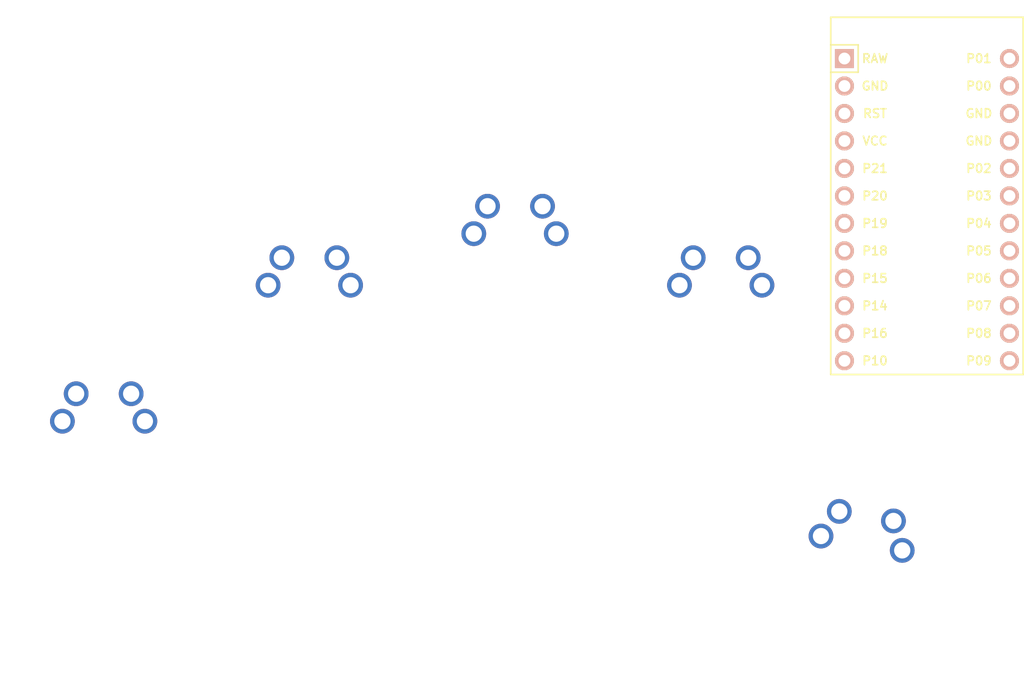
<source format=kicad_pcb>

            
(kicad_pcb (version 20171130) (host pcbnew 5.1.6)

  (page A3)
  (title_block
    (title simple_split)
    (rev v1.0.0)
    (company Unknown)
  )

  (general
    (thickness 1.6)
  )

  (layers
    (0 F.Cu signal)
    (31 B.Cu signal)
    (32 B.Adhes user)
    (33 F.Adhes user)
    (34 B.Paste user)
    (35 F.Paste user)
    (36 B.SilkS user)
    (37 F.SilkS user)
    (38 B.Mask user)
    (39 F.Mask user)
    (40 Dwgs.User user)
    (41 Cmts.User user)
    (42 Eco1.User user)
    (43 Eco2.User user)
    (44 Edge.Cuts user)
    (45 Margin user)
    (46 B.CrtYd user)
    (47 F.CrtYd user)
    (48 B.Fab user)
    (49 F.Fab user)
  )

  (setup
    (last_trace_width 0.25)
    (trace_clearance 0.2)
    (zone_clearance 0.508)
    (zone_45_only no)
    (trace_min 0.2)
    (via_size 0.8)
    (via_drill 0.4)
    (via_min_size 0.4)
    (via_min_drill 0.3)
    (uvia_size 0.3)
    (uvia_drill 0.1)
    (uvias_allowed no)
    (uvia_min_size 0.2)
    (uvia_min_drill 0.1)
    (edge_width 0.05)
    (segment_width 0.2)
    (pcb_text_width 0.3)
    (pcb_text_size 1.5 1.5)
    (mod_edge_width 0.12)
    (mod_text_size 1 1)
    (mod_text_width 0.15)
    (pad_size 1.524 1.524)
    (pad_drill 0.762)
    (pad_to_mask_clearance 0.05)
    (aux_axis_origin 0 0)
    (visible_elements FFFFFF7F)
    (pcbplotparams
      (layerselection 0x010fc_ffffffff)
      (usegerberextensions false)
      (usegerberattributes true)
      (usegerberadvancedattributes true)
      (creategerberjobfile true)
      (excludeedgelayer true)
      (linewidth 0.100000)
      (plotframeref false)
      (viasonmask false)
      (mode 1)
      (useauxorigin false)
      (hpglpennumber 1)
      (hpglpenspeed 20)
      (hpglpendiameter 15.000000)
      (psnegative false)
      (psa4output false)
      (plotreference true)
      (plotvalue true)
      (plotinvisibletext false)
      (padsonsilk false)
      (subtractmaskfromsilk false)
      (outputformat 1)
      (mirror false)
      (drillshape 1)
      (scaleselection 1)
      (outputdirectory ""))
  )

            (net 0 "")
(net 1 "GND")
(net 2 "matrix_pinky_bottom")
(net 3 "matrix_ring_bottom")
(net 4 "matrix_middle_bottom")
(net 5 "matrix_index_bottom")
(net 6 "thumb_tucky")
(net 7 "RAW")
(net 8 "RST")
(net 9 "VCC")
(net 10 "P21")
(net 11 "P20")
(net 12 "P19")
(net 13 "P18")
(net 14 "P15")
(net 15 "P14")
(net 16 "P16")
(net 17 "P10")
(net 18 "P0")
(net 19 "matrix_inner_bottom")
(net 20 "P7")
(net 21 "P8")
(net 22 "P9")
            
  (net_class Default "This is the default net class."
    (clearance 0.2)
    (trace_width 0.25)
    (via_dia 0.8)
    (via_drill 0.4)
    (uvia_dia 0.3)
    (uvia_drill 0.1)
    (add_net "")
(add_net "GND")
(add_net "matrix_pinky_bottom")
(add_net "matrix_ring_bottom")
(add_net "matrix_middle_bottom")
(add_net "matrix_index_bottom")
(add_net "thumb_tucky")
(add_net "RAW")
(add_net "RST")
(add_net "VCC")
(add_net "P21")
(add_net "P20")
(add_net "P19")
(add_net "P18")
(add_net "P15")
(add_net "P14")
(add_net "P16")
(add_net "P10")
(add_net "P0")
(add_net "matrix_inner_bottom")
(add_net "P7")
(add_net "P8")
(add_net "P9")
  )

            
        
      (module MX (layer F.Cu) (tedit 5DD4F656)
      (at 0 0 0)

      
      (fp_text reference "S1" (at 0 0) (layer F.SilkS) hide (effects (font (size 1.27 1.27) (thickness 0.15))))
      (fp_text value "" (at 0 0) (layer F.SilkS) hide (effects (font (size 1.27 1.27) (thickness 0.15))))

      
      (fp_line (start -7 -6) (end -7 -7) (layer Dwgs.User) (width 0.15))
      (fp_line (start -7 7) (end -6 7) (layer Dwgs.User) (width 0.15))
      (fp_line (start -6 -7) (end -7 -7) (layer Dwgs.User) (width 0.15))
      (fp_line (start -7 7) (end -7 6) (layer Dwgs.User) (width 0.15))
      (fp_line (start 7 6) (end 7 7) (layer Dwgs.User) (width 0.15))
      (fp_line (start 7 -7) (end 6 -7) (layer Dwgs.User) (width 0.15))
      (fp_line (start 6 7) (end 7 7) (layer Dwgs.User) (width 0.15))
      (fp_line (start 7 -7) (end 7 -6) (layer Dwgs.User) (width 0.15))
    
      
      (pad "" np_thru_hole circle (at 0 0) (size 3.9878 3.9878) (drill 3.9878) (layers *.Cu *.Mask))

      
      (pad "" np_thru_hole circle (at 5.08 0) (size 1.7018 1.7018) (drill 1.7018) (layers *.Cu *.Mask))
      (pad "" np_thru_hole circle (at -5.08 0) (size 1.7018 1.7018) (drill 1.7018) (layers *.Cu *.Mask))
      
        
      
      (fp_line (start -9.5 -9.5) (end 9.5 -9.5) (layer Dwgs.User) (width 0.15))
      (fp_line (start 9.5 -9.5) (end 9.5 9.5) (layer Dwgs.User) (width 0.15))
      (fp_line (start 9.5 9.5) (end -9.5 9.5) (layer Dwgs.User) (width 0.15))
      (fp_line (start -9.5 9.5) (end -9.5 -9.5) (layer Dwgs.User) (width 0.15))
      
        
            
            (pad 1 thru_hole circle (at 2.54 -5.08) (size 2.286 2.286) (drill 1.4986) (layers *.Cu *.Mask) (net 1 "GND"))
            (pad 2 thru_hole circle (at -3.81 -2.54) (size 2.286 2.286) (drill 1.4986) (layers *.Cu *.Mask) (net 2 "matrix_pinky_bottom"))
          
        
            
            (pad 1 thru_hole circle (at -2.54 -5.08) (size 2.286 2.286) (drill 1.4986) (layers *.Cu *.Mask) (net 1 "GND"))
            (pad 2 thru_hole circle (at 3.81 -2.54) (size 2.286 2.286) (drill 1.4986) (layers *.Cu *.Mask) (net 2 "matrix_pinky_bottom"))
          )
        

        
      (module MX (layer F.Cu) (tedit 5DD4F656)
      (at 19 -12.573 0)

      
      (fp_text reference "S2" (at 0 0) (layer F.SilkS) hide (effects (font (size 1.27 1.27) (thickness 0.15))))
      (fp_text value "" (at 0 0) (layer F.SilkS) hide (effects (font (size 1.27 1.27) (thickness 0.15))))

      
      (fp_line (start -7 -6) (end -7 -7) (layer Dwgs.User) (width 0.15))
      (fp_line (start -7 7) (end -6 7) (layer Dwgs.User) (width 0.15))
      (fp_line (start -6 -7) (end -7 -7) (layer Dwgs.User) (width 0.15))
      (fp_line (start -7 7) (end -7 6) (layer Dwgs.User) (width 0.15))
      (fp_line (start 7 6) (end 7 7) (layer Dwgs.User) (width 0.15))
      (fp_line (start 7 -7) (end 6 -7) (layer Dwgs.User) (width 0.15))
      (fp_line (start 6 7) (end 7 7) (layer Dwgs.User) (width 0.15))
      (fp_line (start 7 -7) (end 7 -6) (layer Dwgs.User) (width 0.15))
    
      
      (pad "" np_thru_hole circle (at 0 0) (size 3.9878 3.9878) (drill 3.9878) (layers *.Cu *.Mask))

      
      (pad "" np_thru_hole circle (at 5.08 0) (size 1.7018 1.7018) (drill 1.7018) (layers *.Cu *.Mask))
      (pad "" np_thru_hole circle (at -5.08 0) (size 1.7018 1.7018) (drill 1.7018) (layers *.Cu *.Mask))
      
        
      
      (fp_line (start -9.5 -9.5) (end 9.5 -9.5) (layer Dwgs.User) (width 0.15))
      (fp_line (start 9.5 -9.5) (end 9.5 9.5) (layer Dwgs.User) (width 0.15))
      (fp_line (start 9.5 9.5) (end -9.5 9.5) (layer Dwgs.User) (width 0.15))
      (fp_line (start -9.5 9.5) (end -9.5 -9.5) (layer Dwgs.User) (width 0.15))
      
        
            
            (pad 1 thru_hole circle (at 2.54 -5.08) (size 2.286 2.286) (drill 1.4986) (layers *.Cu *.Mask) (net 1 "GND"))
            (pad 2 thru_hole circle (at -3.81 -2.54) (size 2.286 2.286) (drill 1.4986) (layers *.Cu *.Mask) (net 3 "matrix_ring_bottom"))
          
        
            
            (pad 1 thru_hole circle (at -2.54 -5.08) (size 2.286 2.286) (drill 1.4986) (layers *.Cu *.Mask) (net 1 "GND"))
            (pad 2 thru_hole circle (at 3.81 -2.54) (size 2.286 2.286) (drill 1.4986) (layers *.Cu *.Mask) (net 3 "matrix_ring_bottom"))
          )
        

        
      (module MX (layer F.Cu) (tedit 5DD4F656)
      (at 38 -17.3355 0)

      
      (fp_text reference "S3" (at 0 0) (layer F.SilkS) hide (effects (font (size 1.27 1.27) (thickness 0.15))))
      (fp_text value "" (at 0 0) (layer F.SilkS) hide (effects (font (size 1.27 1.27) (thickness 0.15))))

      
      (fp_line (start -7 -6) (end -7 -7) (layer Dwgs.User) (width 0.15))
      (fp_line (start -7 7) (end -6 7) (layer Dwgs.User) (width 0.15))
      (fp_line (start -6 -7) (end -7 -7) (layer Dwgs.User) (width 0.15))
      (fp_line (start -7 7) (end -7 6) (layer Dwgs.User) (width 0.15))
      (fp_line (start 7 6) (end 7 7) (layer Dwgs.User) (width 0.15))
      (fp_line (start 7 -7) (end 6 -7) (layer Dwgs.User) (width 0.15))
      (fp_line (start 6 7) (end 7 7) (layer Dwgs.User) (width 0.15))
      (fp_line (start 7 -7) (end 7 -6) (layer Dwgs.User) (width 0.15))
    
      
      (pad "" np_thru_hole circle (at 0 0) (size 3.9878 3.9878) (drill 3.9878) (layers *.Cu *.Mask))

      
      (pad "" np_thru_hole circle (at 5.08 0) (size 1.7018 1.7018) (drill 1.7018) (layers *.Cu *.Mask))
      (pad "" np_thru_hole circle (at -5.08 0) (size 1.7018 1.7018) (drill 1.7018) (layers *.Cu *.Mask))
      
        
      
      (fp_line (start -9.5 -9.5) (end 9.5 -9.5) (layer Dwgs.User) (width 0.15))
      (fp_line (start 9.5 -9.5) (end 9.5 9.5) (layer Dwgs.User) (width 0.15))
      (fp_line (start 9.5 9.5) (end -9.5 9.5) (layer Dwgs.User) (width 0.15))
      (fp_line (start -9.5 9.5) (end -9.5 -9.5) (layer Dwgs.User) (width 0.15))
      
        
            
            (pad 1 thru_hole circle (at 2.54 -5.08) (size 2.286 2.286) (drill 1.4986) (layers *.Cu *.Mask) (net 1 "GND"))
            (pad 2 thru_hole circle (at -3.81 -2.54) (size 2.286 2.286) (drill 1.4986) (layers *.Cu *.Mask) (net 4 "matrix_middle_bottom"))
          
        
            
            (pad 1 thru_hole circle (at -2.54 -5.08) (size 2.286 2.286) (drill 1.4986) (layers *.Cu *.Mask) (net 1 "GND"))
            (pad 2 thru_hole circle (at 3.81 -2.54) (size 2.286 2.286) (drill 1.4986) (layers *.Cu *.Mask) (net 4 "matrix_middle_bottom"))
          )
        

        
      (module MX (layer F.Cu) (tedit 5DD4F656)
      (at 57 -12.573 0)

      
      (fp_text reference "S4" (at 0 0) (layer F.SilkS) hide (effects (font (size 1.27 1.27) (thickness 0.15))))
      (fp_text value "" (at 0 0) (layer F.SilkS) hide (effects (font (size 1.27 1.27) (thickness 0.15))))

      
      (fp_line (start -7 -6) (end -7 -7) (layer Dwgs.User) (width 0.15))
      (fp_line (start -7 7) (end -6 7) (layer Dwgs.User) (width 0.15))
      (fp_line (start -6 -7) (end -7 -7) (layer Dwgs.User) (width 0.15))
      (fp_line (start -7 7) (end -7 6) (layer Dwgs.User) (width 0.15))
      (fp_line (start 7 6) (end 7 7) (layer Dwgs.User) (width 0.15))
      (fp_line (start 7 -7) (end 6 -7) (layer Dwgs.User) (width 0.15))
      (fp_line (start 6 7) (end 7 7) (layer Dwgs.User) (width 0.15))
      (fp_line (start 7 -7) (end 7 -6) (layer Dwgs.User) (width 0.15))
    
      
      (pad "" np_thru_hole circle (at 0 0) (size 3.9878 3.9878) (drill 3.9878) (layers *.Cu *.Mask))

      
      (pad "" np_thru_hole circle (at 5.08 0) (size 1.7018 1.7018) (drill 1.7018) (layers *.Cu *.Mask))
      (pad "" np_thru_hole circle (at -5.08 0) (size 1.7018 1.7018) (drill 1.7018) (layers *.Cu *.Mask))
      
        
      
      (fp_line (start -9.5 -9.5) (end 9.5 -9.5) (layer Dwgs.User) (width 0.15))
      (fp_line (start 9.5 -9.5) (end 9.5 9.5) (layer Dwgs.User) (width 0.15))
      (fp_line (start 9.5 9.5) (end -9.5 9.5) (layer Dwgs.User) (width 0.15))
      (fp_line (start -9.5 9.5) (end -9.5 -9.5) (layer Dwgs.User) (width 0.15))
      
        
            
            (pad 1 thru_hole circle (at 2.54 -5.08) (size 2.286 2.286) (drill 1.4986) (layers *.Cu *.Mask) (net 1 "GND"))
            (pad 2 thru_hole circle (at -3.81 -2.54) (size 2.286 2.286) (drill 1.4986) (layers *.Cu *.Mask) (net 5 "matrix_index_bottom"))
          
        
            
            (pad 1 thru_hole circle (at -2.54 -5.08) (size 2.286 2.286) (drill 1.4986) (layers *.Cu *.Mask) (net 1 "GND"))
            (pad 2 thru_hole circle (at 3.81 -2.54) (size 2.286 2.286) (drill 1.4986) (layers *.Cu *.Mask) (net 5 "matrix_index_bottom"))
          )
        

        
      (module MX (layer F.Cu) (tedit 5DD4F656)
      (at 69.57300000000001 11.2395 -10)

      
      (fp_text reference "S5" (at 0 0) (layer F.SilkS) hide (effects (font (size 1.27 1.27) (thickness 0.15))))
      (fp_text value "" (at 0 0) (layer F.SilkS) hide (effects (font (size 1.27 1.27) (thickness 0.15))))

      
      (fp_line (start -7 -6) (end -7 -7) (layer Dwgs.User) (width 0.15))
      (fp_line (start -7 7) (end -6 7) (layer Dwgs.User) (width 0.15))
      (fp_line (start -6 -7) (end -7 -7) (layer Dwgs.User) (width 0.15))
      (fp_line (start -7 7) (end -7 6) (layer Dwgs.User) (width 0.15))
      (fp_line (start 7 6) (end 7 7) (layer Dwgs.User) (width 0.15))
      (fp_line (start 7 -7) (end 6 -7) (layer Dwgs.User) (width 0.15))
      (fp_line (start 6 7) (end 7 7) (layer Dwgs.User) (width 0.15))
      (fp_line (start 7 -7) (end 7 -6) (layer Dwgs.User) (width 0.15))
    
      
      (pad "" np_thru_hole circle (at 0 0) (size 3.9878 3.9878) (drill 3.9878) (layers *.Cu *.Mask))

      
      (pad "" np_thru_hole circle (at 5.08 0) (size 1.7018 1.7018) (drill 1.7018) (layers *.Cu *.Mask))
      (pad "" np_thru_hole circle (at -5.08 0) (size 1.7018 1.7018) (drill 1.7018) (layers *.Cu *.Mask))
      
        
      
      (fp_line (start -9.5 -9.5) (end 9.5 -9.5) (layer Dwgs.User) (width 0.15))
      (fp_line (start 9.5 -9.5) (end 9.5 9.5) (layer Dwgs.User) (width 0.15))
      (fp_line (start 9.5 9.5) (end -9.5 9.5) (layer Dwgs.User) (width 0.15))
      (fp_line (start -9.5 9.5) (end -9.5 -9.5) (layer Dwgs.User) (width 0.15))
      
        
            
            (pad 1 thru_hole circle (at 2.54 -5.08) (size 2.286 2.286) (drill 1.4986) (layers *.Cu *.Mask) (net 1 "GND"))
            (pad 2 thru_hole circle (at -3.81 -2.54) (size 2.286 2.286) (drill 1.4986) (layers *.Cu *.Mask) (net 6 "thumb_tucky"))
          
        
            
            (pad 1 thru_hole circle (at -2.54 -5.08) (size 2.286 2.286) (drill 1.4986) (layers *.Cu *.Mask) (net 1 "GND"))
            (pad 2 thru_hole circle (at 3.81 -2.54) (size 2.286 2.286) (drill 1.4986) (layers *.Cu *.Mask) (net 6 "thumb_tucky"))
          )
        

        
      (module ProMicro (layer F.Cu) (tedit 5B307E4C)
      (at 76.05 -22.098 -90)

      
      (fp_text reference "MCU1" (at 0 0) (layer F.SilkS) hide (effects (font (size 1.27 1.27) (thickness 0.15))))
      (fp_text value "" (at 0 0) (layer F.SilkS) hide (effects (font (size 1.27 1.27) (thickness 0.15))))
    
      
      (fp_line (start -19.304 -3.81) (end -14.224 -3.81) (layer Dwgs.User) (width 0.15))
      (fp_line (start -19.304 3.81) (end -19.304 -3.81) (layer Dwgs.User) (width 0.15))
      (fp_line (start -14.224 3.81) (end -19.304 3.81) (layer Dwgs.User) (width 0.15))
      (fp_line (start -14.224 -3.81) (end -14.224 3.81) (layer Dwgs.User) (width 0.15))
    
      
      (fp_line (start -17.78 8.89) (end 15.24 8.89) (layer F.SilkS) (width 0.15))
      (fp_line (start 15.24 8.89) (end 15.24 -8.89) (layer F.SilkS) (width 0.15))
      (fp_line (start 15.24 -8.89) (end -17.78 -8.89) (layer F.SilkS) (width 0.15))
      (fp_line (start -17.78 -8.89) (end -17.78 8.89) (layer F.SilkS) (width 0.15))
      
        
        
        (fp_line (start -15.24 6.35) (end -12.7 6.35) (layer F.SilkS) (width 0.15))
        (fp_line (start -15.24 6.35) (end -15.24 8.89) (layer F.SilkS) (width 0.15))
        (fp_line (start -12.7 6.35) (end -12.7 8.89) (layer F.SilkS) (width 0.15))
      
        
        (fp_text user RAW (at -13.97 4.8 0) (layer F.SilkS) (effects (font (size 0.8 0.8) (thickness 0.15))))
        (fp_text user GND (at -11.43 4.8 0) (layer F.SilkS) (effects (font (size 0.8 0.8) (thickness 0.15))))
        (fp_text user RST (at -8.89 4.8 0) (layer F.SilkS) (effects (font (size 0.8 0.8) (thickness 0.15))))
        (fp_text user VCC (at -6.35 4.8 0) (layer F.SilkS) (effects (font (size 0.8 0.8) (thickness 0.15))))
        (fp_text user P21 (at -3.81 4.8 0) (layer F.SilkS) (effects (font (size 0.8 0.8) (thickness 0.15))))
        (fp_text user P20 (at -1.27 4.8 0) (layer F.SilkS) (effects (font (size 0.8 0.8) (thickness 0.15))))
        (fp_text user P19 (at 1.27 4.8 0) (layer F.SilkS) (effects (font (size 0.8 0.8) (thickness 0.15))))
        (fp_text user P18 (at 3.81 4.8 0) (layer F.SilkS) (effects (font (size 0.8 0.8) (thickness 0.15))))
        (fp_text user P15 (at 6.35 4.8 0) (layer F.SilkS) (effects (font (size 0.8 0.8) (thickness 0.15))))
        (fp_text user P14 (at 8.89 4.8 0) (layer F.SilkS) (effects (font (size 0.8 0.8) (thickness 0.15))))
        (fp_text user P16 (at 11.43 4.8 0) (layer F.SilkS) (effects (font (size 0.8 0.8) (thickness 0.15))))
        (fp_text user P10 (at 13.97 4.8 0) (layer F.SilkS) (effects (font (size 0.8 0.8) (thickness 0.15))))
      
        (fp_text user P01 (at -13.97 -4.8 0) (layer F.SilkS) (effects (font (size 0.8 0.8) (thickness 0.15))))
        (fp_text user P00 (at -11.43 -4.8 0) (layer F.SilkS) (effects (font (size 0.8 0.8) (thickness 0.15))))
        (fp_text user GND (at -8.89 -4.8 0) (layer F.SilkS) (effects (font (size 0.8 0.8) (thickness 0.15))))
        (fp_text user GND (at -6.35 -4.8 0) (layer F.SilkS) (effects (font (size 0.8 0.8) (thickness 0.15))))
        (fp_text user P02 (at -3.81 -4.8 0) (layer F.SilkS) (effects (font (size 0.8 0.8) (thickness 0.15))))
        (fp_text user P03 (at -1.27 -4.8 0) (layer F.SilkS) (effects (font (size 0.8 0.8) (thickness 0.15))))
        (fp_text user P04 (at 1.27 -4.8 0) (layer F.SilkS) (effects (font (size 0.8 0.8) (thickness 0.15))))
        (fp_text user P05 (at 3.81 -4.8 0) (layer F.SilkS) (effects (font (size 0.8 0.8) (thickness 0.15))))
        (fp_text user P06 (at 6.35 -4.8 0) (layer F.SilkS) (effects (font (size 0.8 0.8) (thickness 0.15))))
        (fp_text user P07 (at 8.89 -4.8 0) (layer F.SilkS) (effects (font (size 0.8 0.8) (thickness 0.15))))
        (fp_text user P08 (at 11.43 -4.8 0) (layer F.SilkS) (effects (font (size 0.8 0.8) (thickness 0.15))))
        (fp_text user P09 (at 13.97 -4.8 0) (layer F.SilkS) (effects (font (size 0.8 0.8) (thickness 0.15))))
      
        
        (pad 1 thru_hole rect (at -13.97 7.62 -90) (size 1.7526 1.7526) (drill 1.0922) (layers *.Cu *.SilkS *.Mask) (net 7 "RAW"))
        (pad 2 thru_hole circle (at -11.43 7.62 0) (size 1.7526 1.7526) (drill 1.0922) (layers *.Cu *.SilkS *.Mask) (net 1 "GND"))
        (pad 3 thru_hole circle (at -8.89 7.62 0) (size 1.7526 1.7526) (drill 1.0922) (layers *.Cu *.SilkS *.Mask) (net 8 "RST"))
        (pad 4 thru_hole circle (at -6.35 7.62 0) (size 1.7526 1.7526) (drill 1.0922) (layers *.Cu *.SilkS *.Mask) (net 9 "VCC"))
        (pad 5 thru_hole circle (at -3.81 7.62 0) (size 1.7526 1.7526) (drill 1.0922) (layers *.Cu *.SilkS *.Mask) (net 10 "P21"))
        (pad 6 thru_hole circle (at -1.27 7.62 0) (size 1.7526 1.7526) (drill 1.0922) (layers *.Cu *.SilkS *.Mask) (net 11 "P20"))
        (pad 7 thru_hole circle (at 1.27 7.62 0) (size 1.7526 1.7526) (drill 1.0922) (layers *.Cu *.SilkS *.Mask) (net 12 "P19"))
        (pad 8 thru_hole circle (at 3.81 7.62 0) (size 1.7526 1.7526) (drill 1.0922) (layers *.Cu *.SilkS *.Mask) (net 13 "P18"))
        (pad 9 thru_hole circle (at 6.35 7.62 0) (size 1.7526 1.7526) (drill 1.0922) (layers *.Cu *.SilkS *.Mask) (net 14 "P15"))
        (pad 10 thru_hole circle (at 8.89 7.62 0) (size 1.7526 1.7526) (drill 1.0922) (layers *.Cu *.SilkS *.Mask) (net 15 "P14"))
        (pad 11 thru_hole circle (at 11.43 7.62 0) (size 1.7526 1.7526) (drill 1.0922) (layers *.Cu *.SilkS *.Mask) (net 16 "P16"))
        (pad 12 thru_hole circle (at 13.97 7.62 0) (size 1.7526 1.7526) (drill 1.0922) (layers *.Cu *.SilkS *.Mask) (net 17 "P10"))
        
        (pad 13 thru_hole circle (at -13.97 -7.62 0) (size 1.7526 1.7526) (drill 1.0922) (layers *.Cu *.SilkS *.Mask) (net 2 "matrix_pinky_bottom"))
        (pad 14 thru_hole circle (at -11.43 -7.62 0) (size 1.7526 1.7526) (drill 1.0922) (layers *.Cu *.SilkS *.Mask) (net 18 "P0"))
        (pad 15 thru_hole circle (at -8.89 -7.62 0) (size 1.7526 1.7526) (drill 1.0922) (layers *.Cu *.SilkS *.Mask) (net 1 "GND"))
        (pad 16 thru_hole circle (at -6.35 -7.62 0) (size 1.7526 1.7526) (drill 1.0922) (layers *.Cu *.SilkS *.Mask) (net 1 "GND"))
        (pad 17 thru_hole circle (at -3.81 -7.62 0) (size 1.7526 1.7526) (drill 1.0922) (layers *.Cu *.SilkS *.Mask) (net 3 "matrix_ring_bottom"))
        (pad 18 thru_hole circle (at -1.27 -7.62 0) (size 1.7526 1.7526) (drill 1.0922) (layers *.Cu *.SilkS *.Mask) (net 4 "matrix_middle_bottom"))
        (pad 19 thru_hole circle (at 1.27 -7.62 0) (size 1.7526 1.7526) (drill 1.0922) (layers *.Cu *.SilkS *.Mask) (net 5 "matrix_index_bottom"))
        (pad 20 thru_hole circle (at 3.81 -7.62 0) (size 1.7526 1.7526) (drill 1.0922) (layers *.Cu *.SilkS *.Mask) (net 19 "matrix_inner_bottom"))
        (pad 21 thru_hole circle (at 6.35 -7.62 0) (size 1.7526 1.7526) (drill 1.0922) (layers *.Cu *.SilkS *.Mask) (net 6 "thumb_tucky"))
        (pad 22 thru_hole circle (at 8.89 -7.62 0) (size 1.7526 1.7526) (drill 1.0922) (layers *.Cu *.SilkS *.Mask) (net 20 "P7"))
        (pad 23 thru_hole circle (at 11.43 -7.62 0) (size 1.7526 1.7526) (drill 1.0922) (layers *.Cu *.SilkS *.Mask) (net 21 "P8"))
        (pad 24 thru_hole circle (at 13.97 -7.62 0) (size 1.7526 1.7526) (drill 1.0922) (layers *.Cu *.SilkS *.Mask) (net 22 "P9"))
      )
        
            
            
)

        
</source>
